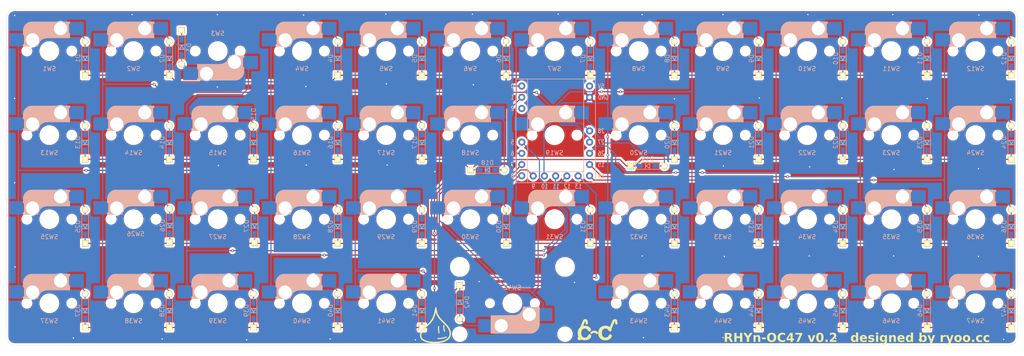
<source format=kicad_pcb>
(kicad_pcb (version 20241229) (generator "pcbnew") (generator_version "9.0")
  (title_block (title "RHYn-OC47") (date "2025-05-04"))
  (layers (0 "F.Cu" signal) (2 "B.Cu" signal) (13 "F.Paste" user) (15 "B.Paste" user) (5 "F.SilkS" user "F.Silkscreen") (7 "B.SilkS" user "B.Silkscreen") (1 "F.Mask" user) (3 "B.Mask" user) (25 "Edge.Cuts" user))
  (net 0 "")
  (net 1 "Row0")
  (net 2 "Net-(D1-A)")
  (net 3 "Net-(D2-A)")
  (net 4 "Net-(D3-A)")
  (net 5 "Net-(D4-A)")
  (net 6 "Net-(D5-A)")
  (net 7 "Net-(D6-A)")
  (net 8 "Net-(D7-A)")
  (net 9 "Net-(D8-A)")
  (net 10 "Net-(D9-A)")
  (net 11 "Net-(D10-A)")
  (net 12 "Net-(D11-A)")
  (net 13 "Net-(D12-A)")
  (net 14 "Net-(D13-A)")
  (net 15 "Row1")
  (net 16 "Net-(D14-A)")
  (net 17 "Net-(D15-A)")
  (net 18 "Net-(D16-A)")
  (net 19 "Net-(D17-A)")
  (net 20 "Net-(D18-A)")
  (net 21 "Net-(D19-A)")
  (net 22 "Net-(D20-A)")
  (net 23 "Net-(D21-A)")
  (net 24 "Net-(D22-A)")
  (net 25 "Net-(D23-A)")
  (net 26 "Net-(D24-A)")
  (net 27 "Net-(D25-A)")
  (net 28 "Row2")
  (net 29 "Net-(D26-A)")
  (net 30 "Net-(D27-A)")
  (net 31 "Net-(D28-A)")
  (net 32 "Net-(D29-A)")
  (net 33 "Net-(D30-A)")
  (net 34 "Net-(D31-A)")
  (net 35 "Net-(D32-A)")
  (net 36 "Net-(D33-A)")
  (net 37 "Net-(D34-A)")
  (net 38 "Net-(D35-A)")
  (net 39 "Net-(D36-A)")
  (net 40 "Net-(D37-A)")
  (net 41 "Row3")
  (net 42 "Net-(D38-A)")
  (net 43 "Net-(D39-A)")
  (net 44 "Net-(D40-A)")
  (net 45 "Net-(D41-A)")
  (net 46 "Net-(D42-A)")
  (net 47 "Net-(D43-A)")
  (net 48 "Net-(D44-A)")
  (net 49 "Net-(D45-A)")
  (net 50 "Net-(D46-A)")
  (net 51 "Net-(D47-A)")
  (net 52 "Col0")
  (net 53 "Col1")
  (net 54 "Col2")
  (net 55 "Col3")
  (net 56 "Col4")
  (net 57 "Col5")
  (net 58 "Col6")
  (net 59 "Col7")
  (net 60 "Col8")
  (net 61 "Col9")
  (net 62 "Col10")
  (net 63 "Col11")
  (net 64 "VCC")
  (net 65 "GND")
  (footprint "kbd_SW:CherryMX_Hotswap_2u" (layer "F.Cu") (at 159.5438 111.9187 180)
    (property "Reference" "SW42")
    (property "Value" "SW_PUSH" (hide yes))
  )
  (footprint "kbd_Parts:Diode_TH_SMD" (layer "F.Cu") (at 120.015 75.4856 90)
    (property "Reference" "D16")
    (property "Value" "D" (hide yes))
  )
  (footprint "kbd_Parts:Diode_TH_SMD" (layer "F.Cu") (at 234.315 75.4856 90)
    (property "Reference" "D22")
    (property "Value" "D" (hide yes))
  )
  (footprint "kbd_SW:CherryMX_Hotswap_1u" (layer "F.Cu") (at 169.0688 73.8187)
    (property "Reference" "SW19")
    (property "Value" "SW_PUSH" (hide yes))
  )
  (footprint "kbd_SW:CherryMX_Hotswap_1u" (layer "F.Cu") (at 264.3188 54.7687)
    (property "Reference" "SW12")
    (property "Value" "SW_PUSH" (hide yes))
  )
  (footprint "kbd_SW:CherryMX_Hotswap_1u" (layer "F.Cu") (at 111.9188 92.8687)
    (property "Reference" "SW28")
    (property "Value" "SW_PUSH" (hide yes))
  )
  (footprint "kbd_Parts:Diode_TH_SMD" (layer "F.Cu") (at 101.2 94.4 90)
    (property "Reference" "D27")
    (property "Value" "D" (hide yes))
  )
  (footprint "kbd_Parts:Diode_TH_SMD" (layer "F.Cu") (at 253.365 113.5856 90)
    (property "Reference" "D46")
    (property "Value" "D" (hide yes))
  )
  (footprint "kbd_Parts:Diode_TH_SMD" (layer "F.Cu") (at 81.915 75.4856 90)
    (property "Reference" "D14")
    (property "Value" "D" (hide yes))
  )
  (footprint "kbd_SW:CherryMX_Hotswap_1u" (layer "F.Cu") (at 54.7688 73.8187)
    (property "Reference" "SW13")
    (property "Value" "SW_PUSH" (hide yes))
  )
  (footprint "kbd_SW:CherryMX_Hotswap_1u" (layer "F.Cu") (at 111.9188 111.9187)
    (property "Reference" "SW40")
    (property "Value" "SW_PUSH" (hide yes))
  )
  (footprint "kbd_Parts:Diode_TH_SMD" (layer "F.Cu") (at 234.315 94.5356 90)
    (property "Reference" "D34")
    (property "Value" "D" (hide yes))
  )
  (footprint "kbd_Parts:Diode_TH_SMD" (layer "F.Cu") (at 62.865 56.4356 90)
    (property "Reference" "D1")
    (property "Value" "D" (hide yes))
  )
  (footprint "kbd_Parts:Diode_TH_SMD" (layer "F.Cu") (at 62.865 94.5356 90)
    (property "Reference" "D25")
    (property "Value" "D" (hide yes))
  )
  (footprint "kbd_Parts:Diode_TH_SMD" (layer "F.Cu") (at 177.165 56.4356 90)
    (property "Reference" "D7")
    (property "Value" "D" (hide yes))
  )
  (footprint "kbd_Parts:Diode_TH_SMD" (layer "F.Cu") (at 272.415 94.5356 90)
    (property "Reference" "D36")
    (property "Value" "D" (hide yes))
  )
  (footprint "kbd_SW:CherryMX_Hotswap_1u" (layer "F.Cu") (at 73.8188 73.8187)
    (property "Reference" "SW14")
    (property "Value" "SW_PUSH" (hide yes))
  )
  (footprint "kbd_Parts:Diode_TH_SMD" (layer "F.Cu") (at 234.315 56.4356 90)
    (property "Reference" "D10")
    (property "Value" "D" (hide yes))
  )
  (footprint "kbd_SW:CherryMX_Hotswap_1u" (layer "F.Cu") (at 207.1688 73.8187)
    (property "Reference" "SW21")
    (property "Value" "SW_PUSH" (hide yes))
  )
  (footprint "kbd_SW:CherryMX_Hotswap_1u" (layer "F.Cu") (at 169.0688 54.7687)
    (property "Reference" "SW7")
    (property "Value" "SW_PUSH" (hide yes))
  )
  (footprint "kbd_Parts:Diode_TH_SMD" (layer "F.Cu") (at 196.215 94.5356 90)
    (property "Reference" "D32")
    (property "Value" "D" (hide yes))
  )
  (footprint "kbd_Parts:Diode_TH_SMD" (layer "F.Cu") (at 196.215 56.4356 90)
    (property "Reference" "D8")
    (property "Value" "D" (hide yes))
  )
  (footprint "kbd_SW:CherryMX_Hotswap_1u" (layer "F.Cu") (at 130.9688 111.9187)
    (property "Reference" "SW41")
    (property "Value" "SW_PUSH" (hide yes))
  )
  (footprint "rhyn-ow:clikclak_icon_1cm" (layer "F.Cu") (at 178.627983 117.706454)
    (property "Reference" "G***" (hide yes))
    (property "Value" "LOGO" (hide yes))
  )
  (footprint "kbd_SW:CherryMX_Hotswap_1u" (layer "F.Cu") (at 188.1188 92.8687)
    (property "Reference" "SW32")
    (property "Value" "SW_PUSH" (hide yes))
  )
  (footprint "kbd_Parts:Diode_TH_SMD" (layer "F.Cu") (at 215.265 75.4856 90)
    (property "Reference" "D21")
    (property "Value" "D" (hide yes))
  )
  (footprint "kbd_SW:CherryMX_Hotswap_1u" (layer "F.Cu") (at 226.2188 54.7687)
    (property "Reference" "SW10")
    (property "Value" "SW_PUSH" (hide yes))
  )
  (footprint "kbd_SW:CherryMX_Hotswap_1u" (layer "F.Cu") (at 264.3188 111.9187)
    (property "Reference" "SW47")
    (property "Value" "SW_PUSH" (hide yes))
  )
  (footprint "kbd_SW:CherryMX_Hotswap_1u" (layer "F.Cu") (at 150.0188 92.8687)
    (property "Reference" "SW30")
    (property "Value" "SW_PUSH" (hide yes))
  )
  (footprint "kbd_SW:CherryMX_Hotswap_1u" (layer "F.Cu") (at 92.8688 111.9187)
    (property "Reference" "SW39")
    (property "Value" "SW_PUSH" (hide yes))
  )
  (footprint "kbd_Parts:Diode_TH_SMD" (layer "F.Cu") (at 100.965 113.5856 90)
    (property "Reference" "D39")
    (property "Value" "D" (hide yes))
  )
  (footprint "kbd_SW:CherryMX_Hotswap_1u" (layer "F.Cu") (at 54.7688 54.7687)
    (property "Reference" "SW1")
    (property "Value" "SW_PUSH" (hide yes))
  )
  (footprint "kbd_Parts:Diode_TH_SMD" (layer "F.Cu") (at 81.915 56.4356 90)
    (property "Reference" "D2")
    (property "Value" "D" (hide yes))
  )
  (footprint "kbd_SW:CherryMX_Hotswap_1u" (layer "F.Cu") (at 188.1188 54.7687)
    (property "Reference" "SW8")
    (property "Value" "SW_PUSH" (hide yes))
  )
  (footprint "kbd_Parts:Diode_TH_SMD" (layer "F.Cu") (at 120.015 56.4356 90)
    (property "Reference" "D4")
    (property "Value" "D" (hide yes))
  )
  (footprint "kbd_SW:CherryMX_Hotswap_1u" (layer "F.Cu") (at 264.3188 73.8187)
    (property "Reference" "SW24")
    (property "Value" "SW_PUSH" (hide yes))
  )
  (footprint "kbd_SW:CherryMX_Hotswap_1u" (layer "F.Cu") (at 54.7688 92.8687)
    (property "Reference" "SW25")
    (property "Value" "SW_PUSH" (hide yes))
  )
  (footprint "kbd_Parts:Diode_TH_SMD" (layer "F.Cu") (at 253.365 94.5356 90)
    (property "Reference" "D35")
    (property "Value" "D" (hide yes))
  )
  (footprint "kbd_Parts:Diode_TH_SMD" (layer "F.Cu") (at 62.865 113.5856 90)
    (property "Reference" "D37")
    (property "Value" "D" (hide yes))
  )
  (footprint "kbd_Parts:Diode_TH_SMD" (layer "F.Cu") (at 82 94.3 90)
    (property "Reference" "D26")
    (property "Value" "D" (hide yes))
  )
  (footprint "kbd_Parts:Diode_TH_SMD" (layer "F.Cu") (at 196.215 75.4856 90)
    (property "Reference" "D20")
    (property "Value" "D" (hide yes))
  )
  (footprint "kbd_Parts:Diode_TH_SMD" (layer "F.Cu") (at 139.065 56.4356 90)
    (property "Reference" "D5")
    (property "Value" "D" (hide yes))
  )
  (footprint "kbd_Parts:Diode_TH_SMD" (layer "F.Cu") (at 120.015 113.5856 90)
    (property "Reference" "D40")
    (property "Value" "D" (hide yes))
  )
  (footprint "kbd_Parts:Diode_TH_SMD" (layer "F.Cu") (at 139.065 113.5856 90)
    (property "Reference" "D41")
    (property "Value" "D" (hide yes))
  )
  (footprint "kbd_Parts:Diode_TH_SMD" (layer "F.Cu") (at 139.065 94.5356 90)
    (property "Reference" "D29")
    (property "Value" "D" (hide yes))
  )
  (footprint "kbd_Parts:Diode_TH_SMD" (layer "F.Cu") (at 272.415 56.4356 90)
    (property "Reference" "D12")
    (property "Value" "D" (hide yes))
  )
  (footprint "kbd_Parts:Diode_TH_SMD" (layer "F.Cu") (at 147.6375 111.6806 -90)
    (property "Reference" "D42")
    (property "Value" "D" (hide yes))
  )
  (footprint "kbd_SW:CherryMX_Hotswap_1u" (layer "F.Cu") (at 245.2688 111.9187)
    (property "Reference" "SW46")
    (property "Value" "SW_PUSH" (hide yes))
  )
  (footprint "kbd_SW:CherryMX_Hotswap_1u" (layer "F.Cu") (at 130.9688 73.8187)
    (property "Reference" "SW17")
    (property "Value" "SW_PUSH" (hide yes))
  )
  (footprint "kbd_Parts:Diode_TH_SMD" (layer "F.Cu") (at 177.165 94.5356 90)
    (property "Reference" "D31")
    (property "Value" "D" (hide yes))
  )
  (footprint "kbd_SW:CherryMX_Hotswap_1u" (layer "F.Cu") (at 150.0188 73.8187)
    (property "Reference" "SW18")
    (property "Value" "SW_PUSH" (hide yes))
  )
  (footprint "kbd_Parts:Diode_TH_SMD" (layer "F.Cu") (at 81.915 113.5856 90)
    (property "Reference" "D38")
    (property "Value" "D" (hide yes))
  )
  (footprint "kbd_Parts:Diode_TH_SMD" (layer "F.Cu") (at 120.015 94.5356 90)
    (property "Reference" "D28")
    (property "Value" "D" (hide yes))
  )
  (footprint "kbd_SW:CherryMX_Hotswap_1u" (layer "F.Cu") (at 92.8688 73.8187)
    (property "Reference" "SW15")
    (property "Value" "SW_PUSH" (hide yes))
  )
  (footprint "kbd_SW:CherryMX_Hotswap_1u" (layer "F.Cu") (at 111.9188 54.7687)
    (property "Reference" "SW4")
    (property "Value" "SW_PUSH" (hide yes))
  )
  (footprint "kbd_SW:CherryMX_Hotswap_1u" (layer "F.Cu") (at 207.1688 92.8687)
    (property "Reference" "SW33")
    (property "Value" "SW_PUSH" (hide yes))
  )
  (footprint "kbd_Parts:Diode_TH_SMD" (layer "F.Cu") (at 158.115 56.4356 90)
    (property "Reference" "D6")
    (property "Value" "D" (hide yes))
  )
  (footprint "kbd_SW:CherryMX_Hotswap_1u" (layer "F.Cu") (at 226.2188 111.9187)
    (property "Reference" "SW45")
    (property "Value" "SW_PUSH" (hide yes))
  )
  (footprint "kbd_SW:CherryMX_Hotswap_1u" (layer "F.Cu") (at 226.2188 73.8187)
    (property "Reference" "SW22")
    (property "Value" "SW_PUSH" (hide yes))
  )
  (footprint "kbd_SW:CherryMX_Hotswap_1u" (layer "F.Cu") (at 207.1688 54.7687)
    (property "Reference" "SW9")
    (property "Value" "SW_PUSH" (hide yes))
  )
  (footprint "kbd_SW:CherryMX_Hotswap_1u" (layer "F.Cu") (at 54.7688 111.9187)
    (property "Reference" "SW37")
    (property "Value" "SW_PUSH" (hide yes))
  )
  (footprint "kbd_Parts:Diode_TH_SMD" (layer "F.Cu") (at 272.415 113.5856 90)
    (property "Reference" "D47")
    (property "Value" "D" (hide yes))
  )
  (footprint "kbd_SW:CherryMX_Hotswap_1u" (layer "F.Cu") (at 73.8188 54.7687)
    (property "Reference" "SW2")
    (property "Value" "SW_PUSH" (hide yes))
  )
  (footprint "kbd_Parts:Diode_TH_SMD" (layer "F.Cu") (at 84.7 53.9 -90)
    (property "Reference" "D3")
    (property "Value" "D" (hide yes))
  )
  (footprint "kbd_Parts:Diode_TH_SMD" (layer "F.Cu") (at 100.965 75.4856 90)
    (property "Reference" "D15")
    (property "Value" "D" (hide yes))
  )
  (footprint "rhyn-ow:ryoo_icon_1cm" (layer "F.Cu") (at 142.1 117)
    (property "Reference" "G***" (hide yes))
    (property "Value" "LOGO" (hide yes))
  )
  (footprint "kbd_SW:CherryMX_Hotswap_1u" (layer "F.Cu") (at 111.9188 73.8187)
    (property "Reference" "SW16")
    (property "Value" "SW_PUSH" (hide yes))
  )
  (footprint "kbd_Parts:Diode_TH_SMD" (layer "F.Cu") (at 253.365 75.4856 90)
    (property "Reference" "D23")
    (property "Value" "D" (hide yes))
  )
  (footprint "kbd_SW:CherryMX_Hotswap_1u" (layer "F.Cu") (at 92.8688 92.8687)
    (property "Reference" "SW27")
    (property "Value" "SW_PUSH" (hide yes))
  )
  (footprint "kbd_SW:CherryMX_Hotswap_1u" (layer "F.Cu") (at 245.2688 73.8187)
    (property "Reference" "SW23")
    (property "Value" "SW_PUSH" (hide yes))
  )
  (footprint "kbd_SW:CherryMX_Hotswap_1u" (layer "F.Cu") (at 226.2188 92.8687)
    (property "Reference" "SW34")
    (property "Value" "SW_PUSH" (hide yes))
  )
  (footprint "kbd_SW:CherryMX_Hotswap_1u" (layer "F.Cu") (at 264.3188 92.8687)
    (property "Reference" "SW36")
    (property "Value" "SW_PUSH" (hide yes))
  )
  (footprint "kbd_Parts:Diode_TH_SMD" (layer "F.Cu") (at 215.265 56.4356 90)
    (property "Reference" "D9")
    (property "Value" "D" (hide yes))
  )
  (footprint "kbd_SW:CherryMX_Hotswap_1u" (layer "F.Cu") (at 73.8188 92.8687)
    (property "Reference" "SW26")
    (property "Value" "SW_PUSH" (hide yes))
  )
  (footprint "kbd_SW:CherryMX_Hotswap_1u" (layer "F.Cu") (at 188.1188 73.8187)
    (property "Reference" "SW20")
    (property "Value" "SW_PUSH" (hide yes))
  )
  (footprint "kbd_Parts:Diode_TH_SMD" (layer "F.Cu") (at 190.125 80.8)
    (property "Reference" "D19")
    (property "Value" "D" (hide yes))
  )
  (footprint "kbd_SW:CherryMX_Hotswap_1u" (layer "F.Cu") (at 73.8188 111.9187)
    (property "Reference" "SW38")
    (property "Value" "SW_PUSH" (hide yes))
  )
  (footprint "kbd_SW:CherryMX_Hotswap_1u" (layer "F.Cu") (at 150.0188 54.7687)
    (property "Reference" "SW6")
    (property "Value" "SW_PUSH" (hide yes))
  )
  (footprint "kbd_SW:CherryMX_Hotswap_1u" (layer "F.Cu") (at 130.9688 54.7687)
    (property "Reference" "SW5")
    (property "Value" "SW_PUSH" (hide yes))
  )
  (footprint "kbd_Parts:Diode_TH_SMD" (layer "F.Cu") (at 234.315 113.5856 90)
    (property "Reference" "D45")
    (property "Value" "D" (hide yes))
  )
  (footprint "kbd_SW:CherryMX_Hotswap_1u" (layer "F.Cu") (at 245.2688 54.7687)
    (property "Reference" "SW11")
    (property "Value" "SW_PUSH" (hide yes))
  )
  (footprint "kbd_SW:CherryMX_Hotswap_1u" (layer "F.Cu") (at 169.0688 92.8687)
    (property "Reference" "SW31")
    (property "Value" "SW_PUSH" (hide yes))
  )
  (footprint "kbd_SW:CherryMX_Hotswap_1u" (layer "F.Cu") (at 188.1188 111.9187)
    (property "Reference" "SW43")
    (property "Value" "SW_PUSH" (hide yes))
  )
  (footprint "kbd_SW:CherryMX_Hotswap_1u" (layer "F.Cu") (at 130.9688 92.8687)
    (property "Reference" "SW29")
    (property "Value" "SW_PUSH" (hide yes))
  )
  (footprint "kbd_Parts:Diode_TH_SMD" (layer "F.Cu") (at 62.865 75.4856 90)
    (property "Reference" "D13")
    (property "Value" "D" (hide yes))
  )
  (footprint "kbd_SW:CherryMX_Hotswap_1u" (layer "F.Cu") (at 92.8688 54.7687 180)
    (property "Reference" "SW3")
    (property "Value" "SW_PUSH" (hide yes))
  )
  (footprint "kbd_Parts:Diode_TH_SMD" (layer "F.Cu") (at 139.065 75.4856 90)
    (property "Reference" "D17")
    (property "Value" "D" (hide yes))
  )
  (footprint "kbd_Parts:Diode_TH_SMD" (layer "F.Cu") (at 215.265 94.5356 90)
    (property "Reference" "D33")
    (property "Value" "D" (hide yes))
  )
  (footprint "kbd_Parts:Diode_TH_SMD" (layer "F.Cu") (at 272.415 75.4856 90)
    (property "Reference" "D24")
    (property "Value" "D" (hide yes))
  )
  (footprint "kbd_Parts:Diode_TH_SMD" (layer "F.Cu") (at 196.215 113.5856 90)
    (property "Reference" "D43")
    (property "Value" "D" (hide yes))
  )
  (footprint "kbd_SW:CherryMX_Hotswap_1u" (layer "F.Cu") (at 207.1688 111.9187)
    (property "Reference" "SW44")
    (property "Value" "SW_PUSH" (hide yes))
  )
  (footprint "kbd_Parts:Diode_TH_SMD" (layer "F.Cu") (at 153.9 81.7)
    (property "Reference" "D18")
    (property "Value" "D" (hide yes))
  )
  (footprint "kbd_SW:CherryMX_Hotswap_1u" (layer "F.Cu") (at 245.2688 92.8687)
    (property "Reference" "SW35")
    (property "Value" "SW_PUSH" (hide yes))
  )
  (footprint "kbd_Parts:Diode_TH_SMD" (layer "F.Cu") (at 158.115 94.5356 90)
    (property "Reference" "D30")
    (property "Value" "D" (hide yes))
  )
  (footprint "kbd_Parts:Diode_TH_SMD" (layer "F.Cu") (at 215.265 113.5856 90)
    (property "Reference" "D44")
    (property "Value" "D" (hide yes))
  )
  (footprint "kbd_Parts:Diode_TH_SMD" (layer "F.Cu") (at 253.365 56.4356 90)
    (property "Reference" "D11")
    (property "Value" "D" (hide yes))
  )
  (footprint "rhyn-ow:RP2040-Zero" (layer "B.Cu") (at 169.33 72.86 180)
    (property "Reference" "U2" (hide yes))
    (property "Value" "RP2040-Tiny" (hide yes))
  )
  (gr_arc (start 273.843751 119.538751) (mid 273.285789 120.885789) (end 271.938751 121.443751) (stroke (width 0.05)) (layer "Edge.Cuts"))
  (gr_line (start 46.910624 121.443751) (end 271.938751 121.44375) (stroke (width 0.05)) (layer "Edge.Cuts"))
  (gr_line (start 45.005625 47.14875) (end 45.005625 119.53875) (stroke (width 0.05)) (layer "Edge.Cuts"))
  (gr_arc (start 271.93875 45.24375) (mid 273.285788 45.801712) (end 273.84375 47.14875) (stroke (width 0.05)) (layer "Edge.Cuts"))
  (gr_line (start 271.93875 45.24375) (end 46.920359 45.24375) (stroke (width 0.05)) (layer "Edge.Cuts"))
  (gr_arc (start 45.005625 47.14875) (mid 45.563587 45.801712) (end 46.910625 45.24375) (stroke (width 0.05)) (layer "Edge.Cuts"))
  (gr_arc (start 46.910624 121.443751) (mid 45.563586 120.885789) (end 45.005624 119.538751) (stroke (width 0.05)) (layer "Edge.Cuts"))
  (gr_line (start 273.843751 119.538751) (end 273.84375 47.14875) (stroke (width 0.05)) (layer "Edge.Cuts"))
  (gr_text "RHYn-OC47 v0.2   designed by ryoo.cc" (at 207.33 121.01 0) (layer "F.SilkS") (effects (font (size 2 2) (thickness 0.3) (bold yes)) (justify left bottom)))
  (segment (start 139.065 60.2456) (end 120.015 60.2456) (width 0.25) (layer "F.Cu") (net 1))
  (segment (start 158.115 61.915) (end 158.9 62.7) (width 0.25) (layer "F.Cu") (net 1))
  (segment (start 118.5359 61.7247) (end 83.3941 61.7247) (width 0.25) (layer "F.Cu") (net 1))
  (segment (start 158.115 60.2456) (end 272.415 60.2456) (width 0.25) (layer "F.Cu") (net 1))
  (segment (start 83.3941 61.7247) (end 81.915 60.2456) (width 0.25) (layer "F.Cu") (net 1))
  (segment (start 62.865 60.2456) (end 81.915 60.2456) (width 0.25) (layer "F.Cu") (net 1))
  (segment (start 158.115 60.2456) (end 139.065 60.2456) (width 0.25) (layer "F.Cu") (net 1))
  (segment (start 158.115 60.2456) (end 158.115 61.915) (width 0.25) (layer "F.Cu") (net 1))
  (segment (start 158.9 62.7) (end 161.66 62.7) (width 0.25) (layer "F.Cu") (net 1))
  (segment (start 120.015 60.2456) (end 118.5359 61.7247) (width 0.25) (layer "F.Cu") (net 1))
  (segment (start 177.165 58.2106) (end 177.165 60.2456) (width 0.25) (layer "B.Cu") (net 1))
  (segment (start 253.365 58.2106) (end 253.365 60.2456) (width 0.25) (layer "B.Cu") (net 1))
  (segment (start 120.015 58.2106) (end 120.015 60.2456) (width 0.25) (layer "B.Cu") (net 1))
  (segment (start 158.115 58.2106) (end 158.115 60.2456) (width 0.25) (layer "B.Cu") (net 1))
  (segment (start 83.3 56.8256) (end 83.3 53.525) (width 0.25) (layer "B.Cu") (net 1))
  (segment (start 62.865 58.2106) (end 62.865 60.2456) (width 0.25) (layer "B.Cu") (net 1))
  (segment (start 81.915 58.2106) (end 81.915 60.2456) (width 0.25) (layer "B.Cu") (net 1))
  (segment (start 234.315 58.2106) (end 234.315 60.2456) (width 0.25) (layer "B.Cu") (net 1))
  (segment (start 272.415 58.2106) (end 272.415 60.2456) (width 0.25) (layer "B.Cu") (net 1))
  (segment (start 215.265 58.2106) (end 215.265 60.2456) (width 0.25) (layer "B.Cu") (net 1))
  (segment (start 81.915 58.2106) (end 83.3 56.8256) (width 0.25) (layer "B.Cu") (net 1))
  (segment (start 83.3 53.525) (end 84.7 52.125) (width 0.25) (layer "B.Cu") (net 1))
  (segment (start 84.7 50.09) (end 84.7 52.125) (width 0.25) (layer "B.Cu") (net 1))
  (segment (start 139.065 58.2106) (end 139.065 60.2456) (width 0.25) (layer "B.Cu") (net 1))
  (segment (start 196.215 58.2106) (end 196.215 60.2456) (width 0.25) (layer "B.Cu") (net 1))
  (segment (start 60.4688 49.6487) (end 62.865 52.0449) (width 0.25) (layer "B.Cu") (net 2))
  (segment (start 62.865 52.0449) (end 62.865 54.6606) (width 0.25) (layer "B.Cu") (net 2))
  (segment (start 79.5188 49.6487) (end 81.915 52.0449) (width 0.25) (layer "B.Cu") (net 3))
  (segment (start 81.915 52.0449) (end 81.915 54.6606) (width 0.25) (layer "B.Cu") (net 3))
  (segment (start 87.1688 59.8887) (end 84.7 57.4199) (width 0.25) (layer "B.Cu") (net 4))
  (segment (start 84.7 57.4199) (end 84.7 55.675) (width 0.25) (layer "B.Cu") (net 4))
  (segment (start 120.015 52.0449) (end 120.015 54.6606) (width 0.25) (layer "B.Cu") (net 5))
  (segment (start 117.6188 49.6487) (end 120.015 52.0449) (width 0.25) (layer "B.Cu") (net 5))
  (segment (start 139.065 52.0449) (end 139.065 54.6606) (width 0.25) (layer "B.Cu") (net 6))
  (segment (start 136.6688 49.6487) (end 139.065 52.0449) (width 0.25) (layer "B.Cu") (net 6))
  (segment (start 155.7188 49.6487) (end 158.115 52.0449) (width 0.25) (layer "B.Cu") (net 7))
  (segment (start 158.115 52.0449) (end 158.115 54.6606) (width 0.25) (layer "B.Cu") (net 7))
  (segment (start 177.165 52.0449) (end 177.165 54.6606) (width 0.25) (layer "B.Cu") (net 8))
  (segment (start 174.7688 49.6487) (end 177.165 52.0449) (width 0.25) (layer "B.Cu") (net 8))
  (segment (start 193.8188 49.6487) (end 196.215 52.0449) (width 0.25) (layer "B.Cu") (net 9))
  (segment (start 196.215 52.0449) (end 196.215 54.6606) (width 0.25) (layer "B.Cu") (net 9))
  (segment (start 215.265 52.0449) (end 215.265 54.6606) (width 0.25) (layer "B.Cu") (net 10))
  (segment (start 212.8688 49.6487) (end 215.265 52.0449) (width 0.25) (layer "B.Cu") (net 10))
  (segment (start 234.315 52.0449) (end 234.315 54.6606) (width 0.25) (layer "B.Cu") (net 11))
  (segment (start 231.9188 49.6487) (end 234.315 52.0449) (width 0.25) (layer "B.Cu") (net 11))
  (segment (start 253.365 52.0449) (end 253.365 54.6606) (width 0.25) (layer "B.Cu") (net 12))
  (segment (start 250.9688 49.6487) (end 253.365 52.0449) (width 0.25) (layer "B.Cu") (net 12))
  (segment (start 272.415 52.0449) (end 272.415 54.6606) (width 0.25) (layer "B.Cu") (net 13))
  (segment (start 270.0188 49.6487) (end 272.415 52.0449) (width 0.25) (layer "B.Cu") (net 13))
  (segment (start 62.865 71.0949) (end 62.865 73.7106) (width 0.25) (layer "B.Cu") (net 14))
  (segment (start 60.4688 68.6987) (end 62.865 71.0949) (width 0.25) (layer "B.Cu") (net 14))
  (segment (start 158 79.354) (end 158.8 79.354) (width 0.25) (layer "F.Cu") (net 15))
  (segment (start 196.215 79.2956) (end 272.415 79.2956) (width 0.25) (layer "F.Cu") (net 15))
  (segment (start 159.154 79.354) (end 158.8 79) (width 0.25) (layer "F.Cu") (net 15))
  (segment (start 159.6 79.354) (end 159.154 79.354) (width 0.25) (layer "F.Cu") (net 15))
  (segment (start 62.865 79.2956) (end 81.915 79.2956) (width 0.25) (layer "F.Cu") (net 15))
  (segment (start 161.66 65.24) (end 158.8 68.1) (width 0.25) (layer "F.Cu") (net 15))
  (segment (start 100.965 79.2956) (end 120.015 79.2956) (width 0.25) (layer "F.Cu") (net 15))
  (segment (start 158.8 79.354) (end 159.6 79.354) (width 0.25) (layer "F.Cu") (net 15))
  (segment (start 150.09 81.7) (end 152.436 79.354) (width 0.25) (layer "F.Cu") (net 15))
  (segment (start 139.065 79.2956) (end 147.6856 79.2956) (width 0.25) (layer "F.Cu") (net 15))
  (segment (start 139.7956 79.2956) (end 139.065 79.2956) (width 0.25) (layer "F.Cu") (net 15))
  (segment (start 187.315 80.8) (end 188.8194 79.2956) (width 0.25) (layer "F.Cu") (net 15))
  (segment (start 185.315 80.8) (end 186.315 80.8) (width 0.25) (layer "F.Cu") (net 15))
  (segment (start 120.015 79.2956) (end 139.7956 79.2956) (width 0.25) (layer "F.Cu") (net 15))
  (segment (start 159.6 79.354) (end 183.869 79.354) (width 0.25) (layer "F.Cu") (net 15))
  (segment (start 147.6856 79.2956) (end 150.09 81.7) (width 0.25) (layer "F.Cu") (net 15))
  (segment (start 81.915 79.2956) (end 100.965 79.2956) (width 0.25) (layer "F.Cu") (net 15))
  (segment (start 183.869 79.354) (end 185.315 80.8) (width 0.25) (layer "F.Cu") (net 15))
  (segment (start 158 79.354) (end 158.446 79.354) (width 0.25) (layer "F.Cu") (net 15))
  (segment (start 196.215 79.2956) (end 188.8194 79.2956) (width 0.25) (layer "F.Cu") (net 15))
  (segment (start 158.8 68.1) (end 158.8 79) (width 0.25) (layer "F.Cu") (net 15))
  (segment (start 152.436 79.354) (end 158 79.354) (width 0.25) (layer "F.Cu") (net 15))
  (segment (start 186.315 80.8) (end 187.315 80.8) (width 0.25) (layer "F.Cu") (net 15))
  (segment (start 158.8 79) (end 158.8 79.354) (width 0.25) (layer "F.Cu") (net 15))
  (segment (start 158.446 79.354) (end 158.8 79) (width 0.25) (layer "F.Cu") (net 15))
  (segment (start 100.965 77.2606) (end 100.965 79.2956) (width 0.25) (layer "B.Cu") (net 15))
  (segment (start 120.015 77.2606) (end 120.015 79.2956) (width 0.25) (layer "B.Cu") (net 15))
  (segment (start 234.315 77.2606) (end 234.315 79.2956) (width 0.25) (layer "B.Cu") (net 15))
  (segment (start 139.065 77.2606) (end 139.065 79.2956) (width 0.25) (layer "B.Cu") (net 15))
  (segment (start 272.415 77.2606) (end 272.415 79.2956) (width 0.25) (layer "B.Cu") (net 15))
  (segment (start 188.35 80.8) (end 186.315 80.8) (width 0.25) (layer "B.Cu") (net 15))
  (segment (start 81.915 77.2606) (end 81.915 79.2956) (width 0.25) (layer "B.Cu") (net 15))
  (segment (start 196.215 77.2606) (end 196.215 79.2956) (width 0.25) (layer "B.Cu") (net 15))
  (segment (start 152.125 81.7) (end 150.09 81.7) (width 0.25) (layer "B.Cu") (net 15))
  (segment (start 62.865 77.2606) (end 62.865 79.2956) (width 0.25) (layer "B.Cu") (net 15))
  (segment (start 215.265 77.2606) (end 215.265 79.2956) (width 0.25) (layer "B.Cu") (net 15))
  (segment (start 253.365 77.2606) (end 253.365 79.2956) (width 0.25) (layer "B.Cu") (net 15))
  (segment (start 81.915 71.0949) (end 81.915 73.7106) (width 0.25) (layer "B.Cu") (net 16))
  (segment (start 79.5188 68.6987) (end 81.915 71.0949) (width 0.25) (layer "B.Cu") (net 16))
  (segment (start 100.965 71.0949) (end 100.965 73.7106) (width 0.25) (layer "B.Cu") (net 17))
  (segment (start 98.5688 68.6987) (end 100.965 71.0949) (width 0.25) (layer "B.Cu") (net 17))
  (segment (start 117.6188 68.6987) (end 120.015 71.0949) (width 0.25) (layer "B.Cu") (net 18))
  (segment (start 120.015 71.0949) (end 120.015 73.7106) (width 0.25) (layer "B.Cu") (net 18))
  (segment (start 136.6688 68.6987) (end 139.065 71.0949) (width 0.25) (layer "B.Cu") (net 19))
  (segment (start 139.065 71.0949) (end 139.065 73.7106) (width 0.25) (layer "B.Cu") (net 19))
  (segment (start 157.71 81.7) (end 155.675 81.7) (width 0.25) (layer "B.Cu") (net 20))
  (segment (start 155.7188 68.6987) (end 157.71 70.6899) (width 0.25) (layer "B.Cu") (net 20))
  (segment (start 157.71 70.6899) (end 157.71 81.7) (width 0.25) (layer "B.Cu") (net 20))
  (segment (start 178.5 72.4) (end 178.5 73.6) (width 0.25) (layer "B.Cu") (net 21))
  (segment (start 178.4701 72.4) (end 178.5 72.4) (width 0.25) (layer "B.Cu") (net 21))
  (segment (start 193.735 78.7) (end 193.935 78.9) (width 0.25) (layer "B.Cu") (net 21))
  (segment (start 189.2 78.7) (end 193.735 78.7) (width 0.25) (layer "B.Cu") (net 21))
  (segment (start 174.7688 68.6987) (end 178.4701 72.4) (width 0.25) (layer "B.Cu") (net 21))
  (segment (start 180.5 75.6) (end 186.1 75.6) (width 0.25) (layer "B.Cu") (net 21))
  (segment (start 193.935 78.9) (end 193.935 80.8) (width 0.25) (layer "B.Cu") (net 21))
  (segment (start 178.5 73.6) (end 180.5 75.6) (width 0.25) (layer "B.Cu") (net 21))
  (segment (start 186.1 75.6) (end 189.2 78.7) (width 0.25) (layer "B.Cu") (net 21))
  (segment (start 193.935 80.8) (end 191.9 80.8) (width 0.25) (layer "B.Cu") (net 21))
  (segment (start 196.215 71.0949) (end 196.215 73.7106) (width 0.25) (layer "B.Cu") (net 22))
  (segment (start 193.8188 68.6987) (end 196.215 71.0949) (width 0.25) (layer "B.Cu") (net 22))
  (segment (start 212.8688 68.6987) (end 215.265 71.0949) (width 0.25) (layer "B.Cu") (net 23))
  (segment (start 215.265 71.0949) (end 215.265 73.7106) (width 0.25) (layer "B.Cu") (net 23))
  (segment (start 231.9188 68.6987) (end 234.315 71.0949) (width 0.25) (layer "B.Cu") (net 24))
  (segment (start 234.315 71.0949) (end 234.315 73.7106) (width 0.25) (layer "B.Cu") (net 24))
  (segment (start 250.9688 68.6987) (end 253.365 71.0949) (width 0.25) (layer "B.Cu") (net 25))
  (segment (start 253.365 71.0949) (end 253.365 73.7106) (width 0.25) (layer "B.Cu") (net 25))
  (segment (start 272.415 71.0949) (end 272.415 73.7106) (width 0.25) (layer "B.Cu") (net 26))
  (segment (start 270.0188 68.6987) (end 272.415 71.0949) (width 0.25) (layer "B.Cu") (net 26))
  (segment (start 60.4688 87.7487) (end 62.865 90.1449) (width 0.25) (layer "B.Cu") (net 27))
  (segment (start 62.865 90.1449) (end 62.865 92.7606) (width 0.25) (layer "B.Cu") (net 27))
  (segment (start 143 87.3) (end 145.2 85.1) (width 0.25) (layer "F.Cu") (net 28))
  (segment (start 143 98.3456) (end 143 98.1) (width 0.25) (layer "F.Cu") (net 28))
  (segment (start 142.7 98.3456) (end 143 98.3456) (width 0.25) (layer "F.Cu") (net 28))
  (segment (start 143.4 98.3456) (end 272.415 98.3456) (width 0.25) (layer "F.Cu") (net 28))
  (segment (start 143.4 98.3456) (end 143.2456 98.3456) (width 0.25) (layer "F.Cu") (net 28))
  (segment (start 143 98.3456) (end 143.4 98.3456) (width 0.25) (layer "F.Cu") (net 28))
  (segment (start 143.2456 98.3456) (end 143 98.1) (width 0.25) (layer "F.Cu") (net 28))
  (segment (start 160.98 83.02) (end 161.66 83.02) (width 0.25) (layer "F.Cu") (net 28))
  (segment (start 62.865 98.3456) (end 142.7 98.3456) (width 0.25) (layer "F.Cu") (net 28))
  (segment (start 145.2 85.1) (end 158.9 85.1) (width 0.25) (layer "F.Cu") (net 28))
  (segment (start 143 98.1) (end 143 87.3) (width 0.25) (layer "F.Cu") (net 28))
  (segment (start 142.7544 98.3456) (end 143 98.1) (width 0.25) (layer "F.Cu") (net 28))
  (segment (start 158.9 85.1) (end 160.98 83.02) (width 0.25) (layer "F.Cu") (net 28))
  (segment (start 142.7 98.3456) (end 142.7544 98.3456) (width 0.25) (layer "F.Cu") (net 28))
  (segment (start 62.865 96.3106) (end 62.865 98.3456) (width 0.25) (layer "B.Cu") (net 28))
  (segment (start 101.2 96.175) (end 101.2 98.21) (width 0.25) (layer "B.Cu") (net 28))
  (segment (start 234.315 96.3106) (end 234.315 98.3456) (width 0.25) (layer "B.Cu") (net 28))
  (segment (start 139.065 96.3106) (end 139.065 98.3456) (width 0.25) (layer "B.Cu") (net 28))
  (segment (start 196.215 96.3106) (end 196.215 98.3456) (width 0.25) (layer "B.Cu") (net 28))
  (segment (start 82 96.075) (end 82 98.11) (width 0.25) (layer "B.Cu") (net 28))
  (segment (start 272.415 96.3106) (end 272.415 98.3456) (width 0.25) (layer "B.Cu") (net 28))
  (segment (start 215.265 96.3106) (end 215.265 98.3456) (width 0.25) (layer "B.Cu") (net 28))
  (segment (start 158.115 96.3106) (end 158.115 98.3456) (width 0.25) (layer "B.Cu") (net 28))
  (segment (start 177.165 96.3106) (end 177.165 98.3456) (width 0.25) (layer "B.Cu") (net 28))
  (segment (start 120.015 96.3106) (end 120.015 98.3456) (width 0.25) (layer "B.Cu") (net 28))
  (segment (start 253.365 96.3106) (end 253.365 98.3456) (width 0.25) (layer "B.Cu") (net 28))
  (segment (start 79.5188 87.7487) (end 82 90.2299) (width 0.25) (layer "B.Cu") (net 29))
  (segment (start 82 90.2299) (end 82 92.525) (width 0.25) (layer "B.Cu") (net 29))
  (segment (start 101.2 90.3799) (end 101.2 92.625) (width 0.25) (layer "B.Cu") (net 30))
  (segment (start 98.5688 87.7487) (end 101.2 90.3799) (width 0.25) (layer "B.Cu") (net 30))
  (segment (start 117.6188 87.7487) (end 120.015 90.1449) (width 0.25) (layer "B.Cu") (net 31))
  (segment (start 120.015 90.1449) (end 120.015 92.7606) (width 0.25) (layer "B.Cu") (net 31))
  (segment (start 139.065 90.1449) (end 139.065 92.7606) (width 0.25) (layer "B.Cu") (net 32))
  (segment (start 136.6688 87.7487) (end 139.065 90.1449) (width 0.25) (layer "B.Cu") (net 32))
  (segment (start 155.7188 87.7487) (end 158.115 90.1449) (width 0.25) (layer "B.Cu") (net 33))
  (segment (start 158.115 90.1449) (end 158.115 92.7606) (width 0.25) (layer "B.Cu") (net 33))
  (segment (start 174.7688 87.7487) (end 177.165 90.1449) (width 0.25) (layer "B.Cu") (net 34))
  (segment (start 177.165 90.1449) (end 177.165 92.7606) (width 0.25) (layer "B.Cu") (net 34))
  (segment (start 193.8188 87.7487) (end 196.215 90.1449) (width 0.25) (layer "B.Cu") (net 35))
  (segment (start 196.215 90.1449) (end 196.215 92.7606) (width 0.25) (layer "B.Cu") (net 35))
  (segment (start 215.265 90.1449) (end 215.265 92.7606) (width 0.25) (layer "B.Cu") (net 36))
  (segment (start 212.8688 87.7487) (end 215.265 90.1449) (width 0.25) (layer "B.Cu") (net 36))
  (segment (start 231.9188 87.7487) (end 234.315 90.1449) (width 0.25) (layer "B.Cu") (net 37))
  (segment (start 234.315 90.1449) (end 234.315 92.7606) (width 0.25) (layer "B.Cu") (net 37))
  (segment (start 253.365 90.1449) (end 253.365 92.7606) (width 0.25) (layer "B.Cu") (net 38))
  (segment (start 250.9688 87.7487) (end 253.365 90.1449) (width 0.25) (layer "B.Cu") (net 38))
  (segment (start 270.0188 87.7487) (end 272.415 90.1449) (width 0.25) (layer "B.Cu") (net 39))
  (segment (start 272.415 90.1449) (end 272.415 92.7606) (width 0.25) (layer "B.Cu") (net 39))
  (segment (start 60.4688 106.7987) (end 62.865 109.1949) (width 0.25) (layer "B.Cu") (net 40))
  (segment (start 62.865 109.1949) (end 62.865 111.8106) (width 0.25) (layer "B.Cu") (net 40))
  (segment (start 142.2 117.3956) (end 142.0956 117.3956) (width 0.25) (layer "F.Cu") (net 41))
  (segment (start 172.2706 107.8706) (end 181.7956 117.3956) (width 0.25) (layer "F.Cu") (net 41))
  (segment (start 158.34 83.8) (end 161.66 80.48) (width 0.25) (layer "F.Cu") (net 41))
  (segment (start 145 115.2) (end 145 110.5081) (width 0.25) (layer "F.Cu") (net 41))
  (segment (start 141.9 108.5) (end 141.9 117.2) (width 0.25) (layer "F.Cu") (net 41))
  (segment (start 141.9 117.2) (end 141.9 117.3956) (width 0.25) (layer "F.Cu") (net 41))
  (segment (start 142.2 117.3956) (end 142.8044 117.3956) (width 0.25) (layer "F.Cu") (net 41))
  (segment (start 181.7956 117.3956) (end 196.215 117.3956) (width 0.25) (layer "F.Cu") (net 41))
  (segment (start 141.9 86.6) (end 144.7 83.8) (width 0.25) (layer "F.Cu") (net 41))
  (segment (start 141.9 96) (end 141.955094 95.944906) (width 0.25) (layer "F.Cu") (net 41))
  (segment (start 141.6 117.3956) (end 141.9 117.3956) (width 0.25) (layer "F.Cu") (net 41))
  (segment (start 139.065 117.3956) (end 141.6 117.3956) (width 0.25) (layer "F.Cu") (net 41))
  (segment (start 141.6 117.3956) (end 141.7044 117.3956) (width 0.25) (layer "F.Cu") (net 41))
  (segment (start 62.865 117.3956) (end 139.065 117.3956) (width 0.25) (layer "F.Cu") (net 41))
  (segment (start 142.8044 117.3956) (end 145 115.2) (width 0.25) (layer "F.Cu") (net 41))
  (segment (start 144.7 83.8) (end 158.34 83.8) (width 0.25) (layer "F.Cu") (net 41))
  (segment (start 141.9 96) (end 141.9 86.6) (width 0.25) (layer "F.Cu") (net 41))
  (segment (start 141.9 117.3956) (end 142.2 117.3956) (width 0.25) (layer "F.Cu") (net 41))
  (segment (start 196.215 117.3956) (end 272.415 117.3956) (width 0.25) (layer "F.Cu") (net 41))
  (segment (start 145 110.5081) (end 147.6375 107.8706) (width 0.25) (layer "F.Cu") (net 41))
  (segment (start 142.0956 117.3956) (end 141.9 117.2) (width 0.25) (layer "F.Cu") (net 41))
  (segment (start 147.6375 107.8706) (end 172.2706 107.8706) (width 0.25) (layer "F.Cu") (net 41))
  (segment (start 141.7044 117.3956) (end 141.9 117.2) (width 0.25) (layer "F.Cu") (net 41))
  (via (at 141.9 108.5) (size 0.6) (drill 0.3) (layers "F.Cu" "B.Cu") (net 41))
  (via (at 141.9 96) (size 0.6) (drill 0.3) (layers "F.Cu" "B.Cu") (net 41))
  (segment (start 253.365 115.3606) (end 253.365 117.3956) (width 0.25) (layer "B.Cu") (net 41))
  (segment (start 81.915 115.3606) (end 81.915 117.3956) (width 0.25) (layer "B.Cu") (net 41))
  (segment (start 272.415 115.3606) (end 272.415 117.3956) (width 0.25) (layer "B.Cu") (net 41))
  (segment (start 100.965 115.3606) (end 100.965 117.3956) (width 0.25) (layer "B.Cu") (net 41))
  (segment (start 234.315 115.3606) (end 234.315 117.3956) (width 0.25) (layer "B.Cu") (net 41))
  (segment (start 139.065 115.3606) (end 139.065 117.3956) (width 0.25) (layer "B.Cu") (net 41))
  (segment (start 215.265 115.3606) (end 215.265 117.3956) (width 0.25) (layer "B.Cu") (net 41))
  (segment (start 196.215 115.3606) (end 196.215 117.3956) (width 0.25) (layer "B.Cu") (net 41))
  (segment (start 147.6375 109.9056) (end 147.6375 107.8706) (width 0.25) (layer "B.Cu") (net 41))
  (segment (start 62.865 115.3606) (end 62.865 117.3956) (width 0.25) (layer "B.Cu") (net 41))
  (segment (start 120.015 115.3606) (end 120.015 117.3956) (width 0.25) (layer "B.Cu") (net 41))
  (segment (start 141.9 108.5) (end 141.9 96) (width 0.25) (layer "B.Cu") (net 41))
  (segment (start 79.5188 106.7987) (end 81.915 109.1949) (width 0.25) (layer "B.Cu") (net 42))
  (segment (start 81.915 109.1949) (end 81.915 111.8106) (width 0.25) (layer "B.Cu") (net 42))
  (segment (start 100.965 109.1949) (end 100.965 111.8106) (width 0.25) (layer "B.Cu") (net 43))
  (segment (start 98.5688 106.7987) (end 100.965 109.1949) (width 0.25) (layer "B.Cu") (net 43))
  (segment (start 120.015 109.1949) (end 120.015 111.8106) (width 0.25) (layer "B.Cu") (net 44))
  (segment (start 117.6188 106.7987) (end 120.015 109.1949) (width 0.25) (layer "B.Cu") (net 44))
  (segment (start 136.6688 106.7987) (end 139.065 109.1949) (width 0.25) (layer "B.Cu") (net 45))
  (segment (start 139.065 109.1949) (end 139.065 111.8106) (width 0.25) (layer "B.Cu") (net 45))
  (segment (start 149.1456 116.9987) (end 147.6375 115.4906) (width 0.25) (layer "B.Cu") (net 46))
  (segment (start 147.6375 115.4906) (end 147.6375 113.4556) (width 0.25) (layer "B.Cu") (net 46))
  (segment (start 153.9438 116.9987) (end 149.1456 116.9987) (width 0.25) (layer "B.Cu") (net 46))
  (segment (start 196.215 109.1949) (end 196.215 111.8106) (width 0.25) (layer "B.Cu") (net 47))
  (segment (start 193.8188 106.7987) (end 196.215 109.1949) (width 0.25) (layer "B.Cu") (net 47))
  (segment (start 212.8688 106.7987) (end 215.265 109.1949) (width 0.25) (layer "B.Cu") (net 48))
  (segment (start 215.265 109.1949) (end 215.265 111.8106) (width 0.25) (layer "B.Cu") (net 48))
  (segment (start 234.315 109.1949) (end 234.315 111.8106) (width 0.25) (layer "B.Cu") (net 49))
  (segment (start 231.9188 106.7987) (end 234.315 109.1949) (width 0.25) (layer "B.Cu") (net 49))
  (segment (start 250.9688 106.7987) (end 253.365 109.1949) (width 0.25) (layer "B.Cu") (net 50))
  (segment (start 253.365 109.1949) (end 253.365 111.8106) (width 0.25) (layer "B.Cu") (net 50))
  (segment (start 272.415 109.1949) (end 272.415 111.8106) (width 0.25) (layer "B.Cu") (net 51))
  (segment (start 270.0188 106.7987) (end 272.415 109.1949) (width 0.25) (layer "B.Cu") (net 51))
  (segment (start 142.526 96.259298) (end 142.526 86.91181) (width 0.25) (layer "F.Cu") (net 52))
  (segment (start 161.387595 81.7) (end 162.88 81.7) (width 0.25) (layer "F.Cu") (net 52))
  (segment (start 141.640702 96.626) (end 142.159298 96.626) (width 0.25) (layer "F.Cu") (net 52))
  (segment (start 141.274 96.259298) (end 141.640702 96.626) (width 0.25) (layer "F.Cu") (net 52))
  (segment (start 136.53581 81.8) (end 141.274 86.53819) (width 0.25) (layer "F.Cu") (net 52))
  (segment (start 158.636595 84.451) (end 161.387595 81.7) (width 0.25) (layer "F.Cu") (net 52))
  (segment (start 63.1 81.8) (end 136.53581 81.8) (width 0.25) (layer "F.Cu") (net 52))
  (segment (start 141.274 86.53819) (end 141.274 96.259298) (width 0.25) (layer "F.Cu") (net 52))
  (segment (start 162.88 81.7) (end 164.25 83.07) (width 0.25) (layer "F.Cu") (net 52))
  (segment (start 144.98681 84.451) (end 158.636595 84.451) (width 0.25) (layer "F.Cu") (net 52))
  (segment (start 142.526 86.91181) (end 144.98681 84.451) (width 0.25) (layer "F.Cu") (net 52))
  (segment (start 142.159298 96.626) (end 142.526 96.259298) (width 0.25) (layer "F.Cu") (net 52))
  (via (at 63.1 81.8) (size 0.6) (drill 0.3) (layers "F.Cu" "B.Cu") (net 52))
  (segment (start 47.7688 81.8) (end 47.7688 82.1) (width 0.25) (layer "B.Cu") (net 52))
  (segment (start 48 81.8) (end 63.1 81.8) (width 0.25) (layer "B.Cu") (net 52))
  (segment (start 47.7688 82.1) (end 47.7688 109.3387) (width 0.25) (layer "B.Cu") (net 52))
  (segment (start 47.7688 52.1887) (end 47.7688 81.5) (width 0.25) (layer "B.Cu") (net 52))
  (segment (start 47.7688 81.8) (end 48 81.8) (width 0.25) (layer "B.Cu") (net 52))
  (segment (start 47.7688 82.0312) (end 48 81.8) (width 0.25) (layer "B.Cu") (net 52))
  (segment (start 47.7688 81.5) (end 47.7688 81.5688) (width 0.25) (layer "B.Cu") (net 52))
  (segment (start 47.7688 81.5) (end 47.7688 81.8) (width 0.25) (layer "B.Cu") (net 52))
  (segment (start 47.7688 81.5688) (end 48 81.8) (width 0.25) (layer "B.Cu") (net 52))
  (segment (start 47.7688 82.1) (end 47.7688 82.0312) (width 0.25) (layer "B.Cu") (net 52))
  (segment (start 78.5 62.3) (end 80.314 64.114) (width 0.25) (layer "F.Cu") (net 53))
  (segment (start 80.314 64.114) (end 164.986 64.114) (width 0.25) (layer "F.Cu") (net 53))
  (via (at 78.5 62.3) (size 0.6) (drill 0.3) (layers "F.Cu" "B.Cu") (net 53))
  (via (at 164.986 64.114) (size 0.6) (drill 0.3) (layers "F.Cu" "B.Cu") (net 53))
  (segment (start 168.39819 67.52619) (end 168.398 67.52638) (width 0.25) (layer "B.Cu") (net 53))
  (segment (start 168.398 69.87362) (end 168.4 69.87562) (width 0.25) (layer "B.Cu") (net 53))
  (segment (start 168.4 69.87562) (end 168.4 70.9) (width 0.25) (layer "B.Cu") (net 53))
  (segment (start 66.8188 61.9) (end 66.8188 62.3) (width 0.25) (layer "B.Cu") (net 53))
  (segment (start 66.8188 52.1887) (end 66.8188 61.9) (width 0.25) (layer "B.Cu") (net 53))
  (segment (start 66.8188 100.1) (end 66.8188 109.3387) (width 0.25) (layer "B.Cu") (net 53))
  (segment (start 168.398 67.52638) (end 168.398 69.87362) (width 0.25) (layer "B.Cu") (net 53))
  (segment (start 168.4 70.9) (end 166.6928 72.6072) (width 0.25) (layer "B.Cu") (net 53))
  (segment (start 67 62.3) (end 78.5 62.3) (width 0.25) (layer "B.Cu") (net 53))
  (segment (start 66.8188 62.1188) (end 67 62.3) (width 0.25) (layer "B.Cu") (net 53))
  (segment (start 66.8188 62.3) (end 67 62.3) (width 0.25) (layer "B.Cu") (net 53))
  (segment (start 166.6928 82.9728) (end 166.79 83.07) (width 0.25) (layer "B.Cu") (net 53))
  (segment (start 66.8188 62.7) (end 66.8188 100.1) (width 0.25) (layer "B.Cu") (net 53))
  (segment (start 166.6928 72.6072) (end 166.6928 82.9728) (width 0.25) (layer "B.Cu") (net 53))
  (segment (start 66.8188 62.7) (end 66.8188 62.4812) (width 0.25) (layer "B.Cu") (net 53))
  (segment (start 66.8188 61.9) (end 66.8188 62.1188) (width 0.25) (layer "B.Cu") (net 53))
  (segment (start 66.8188 62.4812) (end 67 62.3) (width 0.25) (layer "B.Cu") (net 53))
  (segment (start 66.8188 62.3) (end 66.8188 62.7) (width 0.25) (layer "B.Cu") (net 53))
  (segment (start 164.986 64.114) (end 168.39819 67.52619) (width 0.25) (layer "B.Cu") (net 53))
  (segment (start 96.2 100) (end 166.6 100) (width 0.25) (layer "F.Cu") (net 54))
  (segment (start 166.6 100) (end 166.7 100) (width 0.25) (layer "F.Cu") (net 54))
  (via (at 166.6 100) (size 0.6) (drill 0.3) (layers "F.Cu" "B.Cu") (net 54))
  (via (at 96.2 100) (size 0.6) (drill 0.3) (layers "F.Cu" "B.Cu") (net 54))
  (segment (start 169.2818 85.02039) (end 169.3 85.00219) (width 0.25) (layer "B.Cu") (net 54))
  (segment (start 85.8688 99.7688) (end 86.1 100) (width 0.25) (layer "B.Cu") (net 54))
  (segment (start 169.3 83.1) (end 169.33 83.07) (width 0.25) (layer "B.Cu") (net 54))
  (segment (start 85.8688 66.9312) (end 88.2 64.6) (width 0.25) (layer "B.Cu") (net 54))
  (segment (start 169.3 89.3) (end 169.3 89.23781) (width 0.25) (layer "B.Cu") (net 54))
  (segment (start 85.8688 100.5) (end 85.8688 100.2312) (width 0.25) (layer "B.Cu") (net 54))
  (segment (start 85.8688 99.6) (end 85.8688 100) (width 0.25) (layer "B.Cu") (net 54))
  (segment (start 166.6 100) (end 171.4448 95.1552) (width 0.25) (layer "B.Cu") (net 54))
  (segment (start 169.3 85.00219) (end 169.3 83.1) (width 0.25) (layer "B.Cu") (net 54))
  (segment (start 86.1 100) (end 96.2 100) (width 0.25) (layer "B.Cu") (net 54))
  (segment (start 85.8688 71.2387) (end 85.8688 66.9312) (width 0.25) (layer "B.Cu") (net 54))
  (segment (start 171.4448 95.1552) (end 171.4448 91.4448) (width 0.25) (layer "B.Cu") (net 54))
  (segment (start 85.8688 100) (end 85.8688 100.5) (width 0.25) (layer "B.Cu") (net 54))
  (segment (start 85.8688 109.3387) (end 85.8688 71.3487) (width 0.25) (layer "B.Cu") (net 54))
  (segment (start 85.8688 99.6) (end 85.8688 99.7688) (width 0.25) (layer "B.Cu") (net 54))
  (segment (start 99.8 63.2) (end 99.8 57.4175) (width 0.25) (layer "B.Cu") (net 54))
  (segment (start 98.4 64.6) (end 99.8 63.2) (width 0.25) (layer "B.Cu") (net 54))
  (segment (start 99.8 57.4175) (end 99.8688 57.3487) (width 0.25) (layer "B.Cu") (net 54))
  (segment (start 85.8688 100.5) (end 85.8688 109.3387) (width 0.25) (layer "B.Cu") (net 54))
  (segment (start 85.8688 100) (end 86.1 100) (width 0.25) (layer "B.Cu") (net 54))
  (segment (start 169.3 89.23781) (end 169.2818 89.21961) (width 0.25) (layer "B.Cu") (net 54))
  (segment (start 169.2818 89.21961) (end 169.2818 85.02039) (width 0.25) (layer "B.Cu") (net 54))
  (segment (start 88.2 64.6) (end 98.4 64.6) (width 0.25) (layer "B.Cu") (net 54))
  (segment (start 171.4448 91.4448) (end 169.3 89.3) (width 0.25) (layer "B.Cu") (net 54))
  (segment (start 85.8688 100.2312) (end 86.1 100) (width 0.25) (layer "B.Cu") (net 54))
  (segment (start 116.984416 101) (end 166.6 101) (width 0.25) (layer "F.Cu") (net 55))
  (via (at 166.6 101) (size 0.6) (drill 0.3) (layers "F.Cu" "B.Cu") (net 55))
  (via (at 116.984416 101) (size 0.6) (drill 0.3) (layers "F.Cu" "B.Cu") (net 55))
  (segment (start 171.8958 95.7042) (end 171.8958 91.1958) (width 0.25) (layer "B.Cu") (net 55))
  (segment (start 104.9188 101.6) (end 104.9188 109.3387) (width 0.25) (layer "B.Cu") (net 55))
  (segment (start 104.9188 100.8) (end 104.9188 101.6) (width 0.25) (layer "B.Cu") (net 55))
  (segment (start 166.6 101) (end 171.8958 95.7042) (width 0.25) (layer "B.Cu") (net 55))
  (segment (start 105 100.8) (end 105.2 101) (width 0.25) (layer "B.Cu") (net 55))
  (segment (start 169.7328 89.0328) (end 169.7328 85.2072) (width 0.25) (layer "B.Cu") (net 55))
  (segment (start 105.2 101) (end 116.984416 101) (width 0.25) (layer "B.Cu") (net 55))
  (segment (start 105 101.2) (end 105.2 101) (width 0.25) (layer "B.Cu") (net 55))
  (segment (start 169.7328 85.2072) (end 171.87 83.07) (width 0.25) (layer "B.Cu") (net 55))
  (segment (start 104.9188 52.1887) (end 104.9188 100.8) (width 0.25) (layer "B.Cu") (net 55))
  (segment (start 171.8958 91.1958) (end 169.7328 89.0328) (width 0.25) (layer "B.Cu") (net 55))
  (segment (start 104.9188 101.6) (end 104.9188 101.2) (width 0.25) (layer "B.Cu") (net 55))
  (segment (start 104.9188 101.2) (end 105 101.2) (width 0.25) (layer "B.Cu") (net 55))
  (segment (start 104.9188 100.8) (end 105 100.8) (width 0.25) (layer "B.Cu") (net 55))
  (segment (start 178.5 106.0547) (end 178.5453 106.0547) (width 0.25) (layer "F.Cu") (net 56))
  (segment (start 139.3 104.6) (end 140.7547 106.0547) (width 0.25) (layer "F.Cu") (net 56))
  (segment (start 140.7547 106.0547) (end 178.5 106.0547) (width 0.25) (layer "F.Cu") (net 56))
  (via (at 178.5 106.0547) (size 0.6) (drill 0.3) (layers "F.Cu" "B.Cu") (net 56))
  (via (at 139.3 104.6) (size 0.6) (drill 0.3) (layers "F.Cu" "B.Cu") (net 56))
  (segment (start 123.9688 104.2) (end 123.9688 104.6) (width 0.25) (layer "B.Cu") (net 56))
  (segment (start 123.9688 105.1) (end 123.9688 109.3387) (width 0.25) (layer "B.Cu") (net 56))
  (segment (start 123.9688 104.2) (end 123.9688 104.3688) (width 0.25) (layer "B.Cu") (net 56))
  (segment (start 178.5 87.16) (end 174.41 83.07) (width 0.25) (layer "B.Cu") (net 56))
  (segment (start 123.9688 104.6) (end 124.2 104.6) (width 0.25) (layer "B.Cu") (net 56))
  (segment (start 123.9688 104.3688) (end 124.2 104.6) (width 0.25) (layer "B.Cu") (net 56))
  (segment (start 123.9688 104.8312) (end 124.2 104.6) (width 0.25) (layer "B.Cu") (net 56))
  (segment (start 178.5 106.0547) (end 178.5 87.16) (width 0.25) (layer "B.Cu") (net 56))
  (segment (start 123.9688 52.1887) (end 123.9688 104.2) (width 0.25) (layer "B.Cu") (net 56))
  (segment (start 124.2 104.6) (end 139.3 104.6) (width 0.25) (layer "B.Cu") (net 56))
  (segment (start 123.9688 104.6) (end 123.9688 105.1) (width 0.25) (layer "B.Cu") (net 56))
  (segment (start 123.9688 105.1) (end 123.9688 104.8312) (width 0.25) (layer "B.Cu") (net 56))
  (segment (start 165.3648 92.875765) (end 167.1348 91.105765) (width 0.25) (layer "B.Cu") (net 57))
  (segment (start 164.254818 109.745182) (end 164.197518 109.687882) (width 0.25) (layer "B.Cu") (net 57))
  (segment (start 164.145181 109.345181) (end 164.197518 109.397518) (width 0.25) (layer "B.Cu") (net 57))
  (segment (start 163.854819 109.345181) (end 164.145181 109.345181) (width 0.25) (layer "B.Cu") (net 57))
  (segment (start 143.0188 52.1887) (end 143.0188 93.1188) (width 0.25) (layer "B.Cu") (net 57))
  (segment (start 164.052337 109.5427) (end 164.254818 109.745182) (width 0.25) (layer "B.Cu") (net 57))
  (segment (start 163.509637 109) (end 163.854819 109.345181) (width 0.25) (layer "B.Cu") (net 57))
  (segment (start 143.0188 93.1188) (end 158.9 109) (width 0.25) (layer "B.Cu") (net 57))
  (segment (start 165.664 79.404) (end 161.66 75.4) (width 0.25) (layer "B.Cu") (net 57))
  (segment (start 158.9 109) (end 163.509637 109) (width 0.25) (layer "B.Cu") (net 57))
  (segment (start 165.3648 108.230237) (end 165.3648 92.875765) (width 0.25) (layer "B.Cu") (net 57))
  (segment (start 163.854819 109.345181) (end 164.052337 109.5427) (width 0.25) (layer "B.Cu") (net 57))
  (segment (start 164.052337 109.5427) (end 164.197518 109.397518) (width 0.25) (layer "B.Cu") (net 57))
  (segment (start 164.197518 109.687882) (end 164.197518 109.397518) (width 0.25) (layer "B.Cu") (net 57))
  (segment (start 166.4438 111.934163) (end 166.4438 114.4587) (width 0.25) (layer "B.Cu") (net 57))
  (segment (start 167.1348 85.007205) (end 165.664 83.536405) (width 0.25) (layer "B.Cu") (net 57))
  (segment (start 164.254818 109.745182) (end 166.4438 111.934163) (width 0.25) (layer "B.Cu") (net 57))
  (segment (start 165.664 83.536405) (end 165.664 79.404) (width 0.25) (layer "B.Cu") (net 57))
  (segment (start 167.1348 91.105765) (end 167.1348 85.007205) (width 0.25) (layer "B.Cu") (net 57))
  (segment (start 164.197518 109.397518) (end 165.3648 108.230237) (width 0.25) (layer "B.Cu") (net 57))
  (segment (start 160.4 78.2) (end 160.4 78.14) (width 0.25) (layer "B.Cu") (net 58))
  (segment (start 161.66 77.94) (end 160.6 77.94) (width 0.25) (layer "B.Cu") (net 58))
  (segment (start 160.4 77.6) (end 160.4 77.74) (width 0.25) (layer "B.Cu") (net 58))
  (segment (start 160.44 77.94) (end 160.4 77.9) (width 0.25) (layer "B.Cu") (net 58))
  (segment (start 160.4 53.8575) (end 160.4 77.6) (width 0.25) (layer "B.Cu") (net 58))
  (segment (start 162.0688 52.1887) (end 160.4 53.8575) (width 0.25) (layer "B.Cu") (net 58))
  (segment (start 160.4 78.14) (end 160.6 77.94) (width 0.25) (layer "B.Cu") (net 58))
  (segment (start 160.6 77.94) (end 160.44 77.94) (width 0.25) (layer "B.Cu") (net 58))
  (segment (start 160.4 77.74) (end 160.6 77.94) (width 0.25) (layer "B.Cu") (net 58))
  (segment (start 160.4 88.6199) (end 162.0688 90.2887) (width 0.25) (layer "B.Cu") (net 58))
  (segment (start 160.4 78.2) (end 160.4 88.6199) (width 0.25) (layer "B.Cu") (net 58))
  (segment (start 160.4 77.9) (end 160.4 78.2) (width 0.25) (layer "B.Cu") (net 58))
  (segment (start 160.4 77.6) (end 160.4 77.9) (width 0.25) (layer "B.Cu") (net 58))
  (segment (start 181.1188 78.3188) (end 181.1188 74.2188) (width 0.25) (layer "F.Cu") (net 59))
  (segment (start 181.1188 78.3188) (end 181.1 78.3) (width 0.25) (layer "F.Cu") (net 59))
  (via (at 181.1188 74.2188) (size 0.6) (drill 0.3) (layers "F.Cu" "B.Cu") (net 59))
  (via (at 181.1188 78.3188) (size 0.6) (drill 0.3) (layers "F.Cu" "B.Cu") (net 59))
  (segment (start 181.1188 52.1887) (end 181.1188 63.8) (width 0.25) (layer "B.Cu") (net 59))
  (segment (start 181.1 66.7) (end 180.9 66.5) (width 0.25) (layer "B.Cu") (net 59))
  (segment (start 181.1188 66.7) (end 181.1188 71.2387) (width 0.25) (layer "B.Cu") (net 59))
  (segment (start 170.9 71.1) (end 175.24 71.1) (width 0.25) (layer "B.Cu") (net 59))
  (segment (start 169.3 67.9) (end 169.3 69.5) (width 0.25) (layer "B.Cu") (net 59))
  (segment (start 175.24 71.1) (end 177 72.86) (width 0.25) (layer "B.Cu") (net 59))
  (segment (start 181.1188 66.7) (end 181.1 66.7) (width 0.25) (layer "B.Cu") (net 59))
  (segment (start 181.1188 66.5) (end 181.1188 66.7) (width 0.25) (layer "B.Cu") (net 59))
  (segment (start 181.1188 90.2887) (end 181.1188 109.3387) (width 0.25) (layer "B.Cu") (net 59))
  (segment (start 181.1188 66.3) (end 181.1188 66.5) (width 0.25) (layer "B.Cu") (net 59))
  (segment (start 181.1188 90.2887) (end 181.1188 78.3188) (width 0.25) (layer "B.Cu") (net 59))
  (segment (start 181.1188 66.3) (end 181.1 66.3) (width 0.25) (layer "B.Cu") (net 59))
  (segment (start 181.1 66.3) (end 180.9 66.5) (width 0.25) (layer "B.Cu") (net 59))
  (segment (start 181.1188 66.5) (end 180.9 66.5) (width 0.25) (layer "B.Cu") (net 59))
  (segment (start 169.3 69.5) (end 170.9 71.1) (width 0.25) (layer "B.Cu") (net 59))
  (segment (start 181.1188 63.8) (end 181.1188 66.3) (width 0.25) (layer "B.Cu") (net 59))
  (segment (start 181.1188 74.2188) (end 181.1188 71.2387) (width 0.25) (layer "B.Cu") (net 59))
  (segment (start 180.9 66.5) (end 170.7 66.5) (width 0.25) (layer "B.Cu") (net 59))
  (segment (start 170.7 66.5) (end 169.3 67.9) (width 0.25) (layer "B.Cu") (net 59))
  (segment (start 184 64) (end 179.7 64) (width 0.25) (layer "F.Cu") (net 60))
  (via (at 184 64) (size 0.6) (drill 0.3) (layers "F.Cu" "B.Cu") (net 60))
  (via (at 179.7 64) (size 0.6) (drill 0.3) (layers "F.Cu" "B.Cu") (net 60))
  (segment (start 174.051 71.551) (end 177 74.5) (width 0.25) (layer "B.Cu") (net 60))
  (segment (start 200.1688 64.4) (end 200.1688 109.3387) (width 0.25) (layer "B.Cu") (net 60))
  (segment (start 168.849 69.68681) (end 170.71319 71.551) (width 0.25) (layer "B.Cu") (net 60))
  (segment (start 168.849 67.71319) (end 168.849 69.68681) (width 0.25) (layer "B.Cu") (net 60))
  (segment (start 177 74.5) (end 177 75.4) (width 0.25) (layer "B.Cu") (net 60))
  (segment (start 200 64) (end 184 64) (width 0.25) (layer "B.Cu") (net 60))
  (segment (start 200.1688 64) (end 200 64) (width 0.25) (layer "B.Cu") (net 60))
  (segment (start 170.71319 71.551) (end 174.051 71.551) (width 0.25) (layer "B.Cu") (net 60))
  (segment (start 200.1688 63.8312) (end 200 64) (width 0.25) (layer "B.Cu") (net 60))
  (segment (start 200.1688 63.7) (end 200.1688 64) (width 0.25) (layer "B.Cu") (net 60))
  (segment (start 179.7 64) (end 172.56219 64) (width 0.25) (layer "B.Cu") (net 60))
  (segment (start 200.1688 52.1887) (end 200.1688 63.7) (width 0.25) (layer "B.Cu") (net 60))
  (segment (start 200.1688 64.1688) (end 200 64) (width 0.25) (layer "B.Cu") (net 60))
  (segment (start 172.56219 64) (end 168.849 67.71319) (width 0.25) (layer "B.Cu") (net 60))
  (segment (start 200.1688 63.7) (end 200.1688 63.8312) (width 0.25) (layer "B.Cu") (net 60))
  (segment (start 200.1688 64) (end 200.1688 64.4) (width 0.25) (layer "B.Cu") (net 60))
  (segment (start 200.1688 64.4) (end 200.1688 64.1688) (width 0.25) (layer "B.Cu") (net 60))
  (segment (start 196.5 82.3) (end 202.5 82.3) (width 0.25) (layer "F.Cu") (net 61))
  (via (at 202.5 82.3) (size 0.6) (drill 0.3) (layers "F.Cu" "B.Cu") (net 61))
  (via (at 196.5 82.3) (size 0.6) (drill 0.3) (layers "F.Cu" "B.Cu") (net 61))
  (segment (start 196.5 82.3) (end 196.6 82.3) (width 0.25) (layer "B.Cu") (net 61))
  (segment (start 219.2188 82.1) (end 219.2 82.1) (width 0.25) (layer "B.Cu") (net 61))
  (segment (start 219.2188 83) (end 219.2188 83.2) (width 0.25) (layer "B.Cu") (net 61))
  (segment (start 219.2188 83.6) (end 219.2188 109.3387) (width 0.25) (layer "B.Cu") (net 61))
  (segment (start 177 77.94) (end 178.64 76.3) (width 0.25) (layer "B.Cu") (net 61))
  (segment (start 219.2188 52.1887) (end 219.2188 82.1) (width 0.25) (layer "B.Cu") (net 61))
  (segment (start 219.2188 82.1) (end 219.2188 82.3) (width 0.25) (layer "B.Cu") (net 61))
  (segment (start 219.2 82.1) (end 219 82.3) (width 0.25) (layer "B.Cu") (net 61))
  (segment (start 219.2188 82.5) (end 219.2188 83) (width 0.25) (layer "B.Cu") (net 61))
  (segment (start 182.9 78.2) (end 182.9 79.9) (width 0.25) (layer "B.Cu") (net 61))
  (segment (start 182.9 79.9) (end 185.3 82.3) (width 0.25) (layer "B.Cu") (net 61))
  (segment (start 181 76.3) (end 182.9 78.2) (width 0.25) (layer "B.Cu") (net 61))
  (segment (start 219.2188 83.2) (end 219.2188 83.6) (width 0.25) (layer "B.Cu") (net 61))
  (segment (start 219.2188 82.3) (end 219.2188 82.5) (width 0.25) (layer "B.Cu") (net 61))
  (segment (start 202.5 82.3) (end 219 82.3) (width 0.25) (layer "B.Cu") (net 61))
  (segment (start 178.64 76.3) (end 181 76.3) (width 0.25) (layer "B.Cu") (net 61))
  (segment (start 219 82.3) (end 219.2188 82.3) (width 0.25) (layer "B.Cu") (net 61))
  (segment (start 219.2188 82.5) (end 219.2 82.5) (width 0.25) (layer "B.Cu") (net 61))
  (segment (start 219.2 82.5) (end 219 82.3) (width 0.25) (layer "B.Cu") (net 61))
  (segment (start 185.3 82.3) (end 196.5 82.3) (width 0.25) (layer "B.Cu") (net 61))
  (segment (start 221.8 83.2) (end 179.72 83.2) (width 0.25) (layer "F.Cu") (net 62))
  (segment (start 179.72 83.2) (end 177 80.48) (width 0.25) (layer "F.Cu") (net 62))
  (via (at 221.8 83.2) (size 0.6) (drill 0.3) (layers "F.Cu" "B.Cu") (net 62))
  (segment (start 238.2688 82.8) (end 238.2688 83.2) (width 0.25) (layer "B.Cu") (net 62))
  (segment (start 238.2688 52.1887) (end 238.2688 82.8) (width 0.25) (layer "B.Cu") (net 62))
  (segment (start 238.2688 83.2) (end 238.2688 83.6) (width 0.25) (layer "B.Cu") (net 62))
  (segment (start 238 83.2) (end 221.8 83.2) (width 0.25) (layer "B.Cu") (net 62))
  (segment (start 238.2688 83.6) (end 238.2688 83.4688) (width 0.25) (layer "B.Cu") (net 62))
  (segment (start 238.2688 83.4688) (end 238 83.2) (width 0.25) (layer "B.Cu") (net 62))
  (segment (start 238.2688 83.2) (end 238 83.2) (width 0.25) (layer "B.Cu") (net 62))
  (segment (start 238.2688 82.9312) (end 238 83.2) (width 0.25) (layer "B.Cu") (net 62))
  (segment (start 238.2688 82.8) (end 238.2688 82.9312) (width 0.25) (layer "B.Cu") (net 62))
  (segment (start 238.2688 83.6) (end 238.2688 109.3387) (width 0.25) (layer "B.Cu") (net 62))
  (segment (start 241.3 84) (end 177.98 84) (width 0.25) (layer "F.Cu") (net 63))
  (segment (start 177.98 84) (end 177 83.02) (width 0.25) (layer "F.Cu") (net 63))
  (via (at 241.3 84) (size 0.6) (drill 0.3) (layers "F.Cu" "B.Cu") (net 63))
  (segment (start 257.3188 84.2188) (end 257.1 84) (width 0.25) (layer "B.Cu") (net 63))
  (segment (start 257.3188 84.3) (end 257.3188 84.2188) (width 0.25) (layer "B.Cu") (net 63))
  (segment (start 257.1 84) (end 241.3 84) (width 0.25) (layer "B.Cu") (net 63))
  (segment (start 257.3188 84.3) (end 257.3188 109.3387) (width 0.25) (layer "B.Cu") (net 63))
  (segment (start 257.3188 52.1887) (end 257.3188 83.7) (width 0.25) (layer "B.Cu") (net 63))
  (segment (start 257.3188 84) (end 257.1 84) (width 0.25) (layer "B.Cu") (net 63))
  (segment (start 257.3188 83.7) (end 257.3188 83.7812) (width 0.25) (layer "B.Cu") (net 63))
  (segment (start 257.3188 83.7) (end 257.3188 84) (width 0.25) (layer "B.Cu") (net 63))
  (segment (start 257.3188 84) (end 257.3188 84.3) (width 0.25) (layer "B.Cu") (net 63))
  (segment (start 257.3188 83.7812) (end 257.1 84) (width 0.25) (layer "B.Cu") (net 63))
  (via (at 272.3 65.7) (size 0.6) (drill 0.3) (layers "F.Cu" "B.Cu") (net 65))
  (via (at 112.9 80.6) (size 0.6) (drill 0.3) (layers "F.Cu" "B.Cu") (net 65))
  (via (at 226.7 101.2) (size 0.6) (drill 0.3) (layers "F.Cu" "B.Cu") (net 65))
  (via (at 131 62.2) (size 0.6) (drill 0.3) (layers "F.Cu" "B.Cu") (net 65))
  (via (at 207.2 119.7) (size 0.6) (drill 0.3) (layers "F.Cu" "B.Cu") (net 65))
  (via (at 265 101.3) (size 0.6) (drill 0.3) (layers "F.Cu" "B.Cu") (net 65))
  (via (at 232.7 119.9) (size 0.6) (drill 0.3) (layers "F.Cu" "B.Cu") (net 65))
  (via (at 234.1 65.4) (size 0.6) (drill 0.3) (layers "F.Cu" "B.Cu") (net 65))
  (via (at 46.9 84.6) (size 0.6) (drill 0.3) (layers "F.Cu" "B.Cu") (net 65))
  (via (at 245.9 81.6) (size 0.6) (drill 0.3) (layers "F.Cu" "B.Cu") (net 65))
  (via (at 226.4 46.5) (size 0.6) (drill 0.3) (layers "F.Cu" "B.Cu") (net 65))
  (via (at 265 81.4) (size 0.6) (drill 0.3) (layers "F.Cu" "B.Cu") (net 65))
  (via (at 142 82.1) (size 0.6) (drill 0.3) (layers "F.Cu" "B.Cu") (net 65))
  (via (at 265.1 46.6) (size 0.6) (drill 0.3) (layers "F.Cu" "B.Cu") (net 65))
  (via (at 118.3 120) (size 0.6) (drill 0.3) (layers "F.Cu" "B.Cu") (net 65))
  (via (at 150.5 46.4) (size 0.6) (drill 0.3) (layers "F.Cu" "B.Cu") (net 65))
  (via (at 152 107) (size 0.6) (drill 0.3) (layers "F.Cu" "B.Cu") (net 65))
  (via (at 130.9 46.4) (size 0.6) (drill 0.3) (layers "F.Cu" "B.Cu") (net 65))
  (via (at 169.9 46.4) (size 0.6) (drill 0.3) (layers "F.Cu" "B.Cu") (net 65))
  (via (at 215.4 65.4) (size 0.6) (drill 0.3) (layers "F.Cu" "B.Cu") (net 65))
  (via (at 92.8 62.9) (size 0.6) (drill 0.3) (layers "F.Cu" "B.Cu") (net 65))
  (via (at 226.8 81) (size 0.6) (drill 0.3) (layers "F.Cu" "B.Cu") (net 65))
  (via (at 207.3 80.8) (size 0.6) (drill 0.3) (layers "F.Cu" "B.Cu") (net 65))
  (via (at 46.9 65.5) (size 0.6) (drill 0.3) (layers "F.Cu" "B.Cu") (net 65))
  (via (at 251.6 120.2) (size 0.6) (drill 0.3) (layers "F.Cu" "B.Cu") (net 65))
  (via (at 60.2 119.8) (size 0.6) (drill 0.3) (layers "F.Cu" "B.Cu") (net 65))
  (via (at 188.9 101.2) (size 0.6) (drill 0.3) (layers "F.Cu" "B.Cu") (net 65))
  (via (at 80.3 120) (size 0.6) (drill 0.3) (layers "F.Cu" "B.Cu") (net 65))
  (via (at 46.9 46.7) (size 0.6) (drill 0.3) (layers "F.Cu" "B.Cu") (net 65))
  (via (at 137.6 120.2) (size 0.6) (drill 0.3) (layers "F.Cu" "B.Cu") (net 65))
  (via (at 131.2 80.6) (size 0.6) (drill 0.3) (layers "F.Cu" "B.Cu") (net 65))
  (via (at 270.7 120.1) (size 0.6) (drill 0.3) (layers "F.Cu" "B.Cu") (net 65))
  (via (at 112.3 46.6) (size 0.6) (drill 0.3) (layers "F.Cu" "B.Cu") (net 65))
  (via (at 207.5 101.3) (size 0.6) (drill 0.3) (layers "F.Cu" "B.Cu") (net 65))
  (via (at 196.2 65.6) (size 0.6) (drill 0.3) (layers "F.Cu" "B.Cu") (net 65))
  (via (at 173.6 107.2) (size 0.6) (drill 0.3) (layers "F.Cu" "B.Cu") (net 65))
  (via (at 245.8 101.2) (size 0.6) (drill 0.3) (layers "F.Cu" "B.Cu") (net 65))
  (via (at 150.7 62.4) (size 0.6) (drill 0.3) (layers "F.Cu" "B.Cu") (net 65))
  (via (at 73.5 46.5) (size 0.6) (drill 0.3) (layers "F.Cu" "B.Cu") (net 65))
  (via (at 245.6 46.5) (size 0.6) (drill 0.3) (layers "F.Cu" "B.Cu") (net 65))
  (via (at 99.4 120.2) (size 0.6) (drill 0.3) (layers "F.Cu" "B.Cu") (net 65))
  (via (at 207.2 46.5) (size 0.6) (drill 0.3) (layers "F.Cu" "B.Cu") (net 65))
  (via (at 93 80.7) (size 0.6) (drill 0.3) (layers "F.Cu" "B.Cu") (net 65))
  (via (at 92.8 46.5) (size 0.6) (drill 0.3) (layers "F.Cu" "B.Cu") (net 65))
  (via (at 188.9 46.5) (size 0.6) (drill 0.3) (layers "F.Cu" "B.Cu") (net 65))
  (via (at 159.4 80.6) (size 0.6) (drill 0.3) (layers "F.Cu" "B.Cu") (net 65))
  (via (at 189.2 119.7) (size 0.6) (drill 0.3) (layers "F.Cu" "B.Cu") (net 65))
  (via (at 253.4 65.5) (size 0.6) (drill 0.3) (layers "F.Cu" "B.Cu") (net 65))
  (via (at 112.8 62.8) (size 0.6) (drill 0.3) (layers "F.Cu" "B.Cu") (net 65))
  (via (at 47 103.7) (size 0.6) (drill 0.3) (layers "F.Cu" "B.Cu") (net 65))
  (zone (net 65) (net_name "GND") (layers "F.Cu" "B.Cu") (connect_pads (clearance 0.5)) (min_thickness 0.25) (fill yes (thermal_gap 0.5) (thermal_bridge_width 0.5))
    (polygon (pts (xy 43.6 44) (xy 43.6 123.9) (xy 275.3 123.7) (xy 275.3 43.2)))
  )
)
</source>
